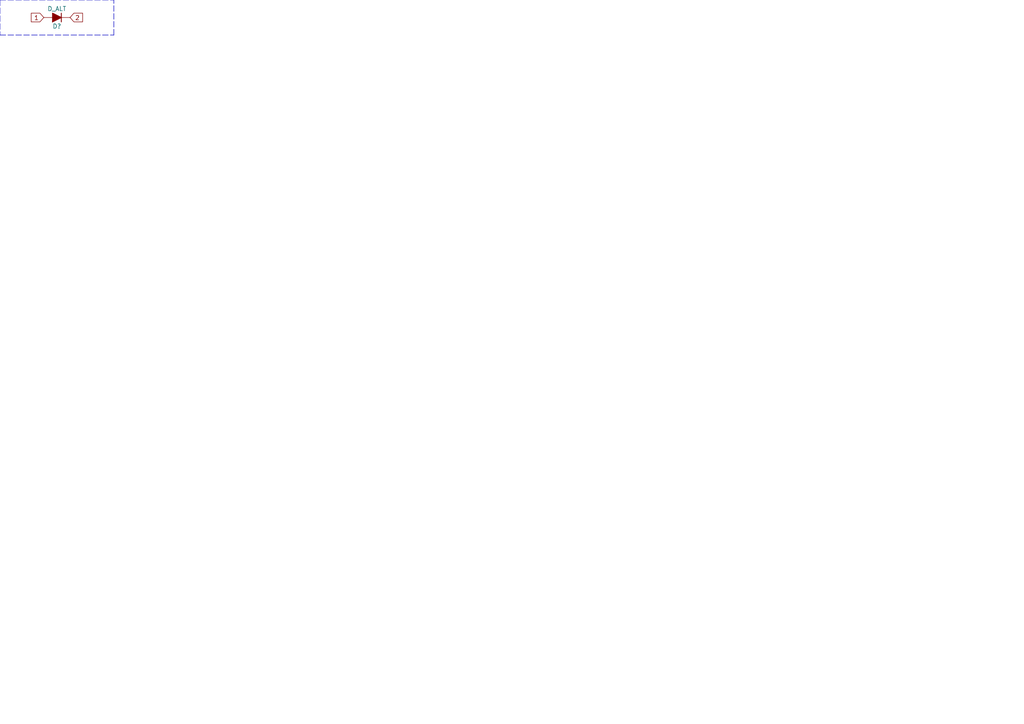
<source format=kicad_sch>
(kicad_sch (version 20201015) (generator eeschema)
  (paper "A4")
  (lib_symbols
    (symbol "Device:D_ALT" (pin_numbers hide) (pin_names (offset 1.016) hide)
      (property "Reference" "D" (at 0 2.54 0))
      (property "Value" "D_ALT" (at 0 -2.54 0))
      (symbol "D_ALT_0_1"
        (polyline (pts (xy -1.27 1.27) (xy -1.27 -1.27)) (stroke (width 0.254)))
        (polyline (pts (xy 1.27 0) (xy -1.27 0)))
        (polyline (pts (xy 1.27 1.27) (xy 1.27 -1.27) (xy -1.27 0) (xy 1.27 1.27)) (stroke (width 0.254)) (fill (type outline)))
      )
      (symbol "D_ALT_1_1"
        (pin passive line (at -3.81 0 0) (length 2.54) (name "K") (number "1"))
        (pin passive line (at 3.81 0 180) (length 2.54) (name "A") (number "2"))
      )
    )
  )
  (polyline (pts (xy 0 0) (xy 0 10.16)) (stroke (width 0) (type dash)))
  (polyline (pts (xy 0 0) (xy 33.02 0)) (stroke (width 0) (type dash)))
  (polyline (pts (xy 0 10.16) (xy 33.02 10.16)) (stroke (width 0) (type dash)))
  (polyline (pts (xy 33.02 10.16) (xy 33.02 0)) (stroke (width 0) (type dash)))
  (text "D D\\d+\nF .*\nV .*" (at 0 0 0) (effects (font (size 1.27 1.27)) (justify left bottom)))
  (global_label "1" (shape input) (at 12.7 5.08 180) (property "Intersheet References" "${INTERSHEET_REFS}" (effects hide)))
  (global_label "2" (shape input) (at 20.32 5.08 0) (property "Intersheet References" "${INTERSHEET_REFS}" (effects hide)))
  (symbol (lib_id "Device:D_ALT") (at 16.51 5.08 180) (unit 1)
    (property "Reference" "D?" (at 16.51 7.62 0))
    (property "Value" "D_ALT" (at 16.51 2.54 0))
  )
)
</source>
